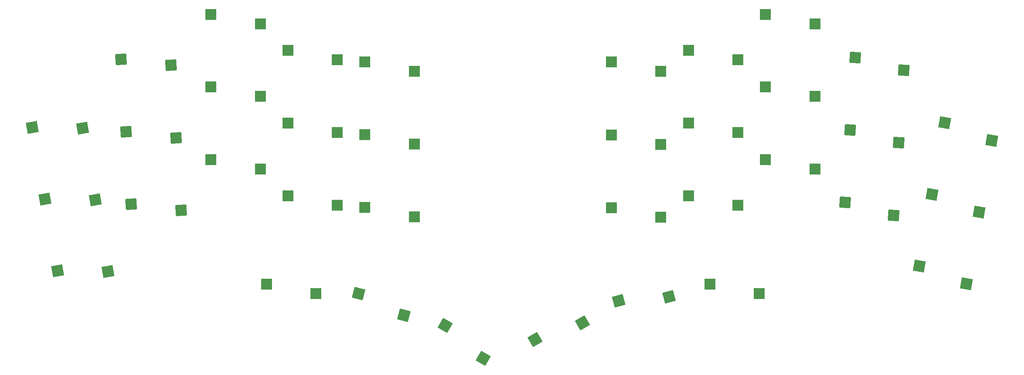
<source format=gbp>
G04 #@! TF.GenerationSoftware,KiCad,Pcbnew,9.0.3*
G04 #@! TF.CreationDate,2025-07-20T15:55:04+08:00*
G04 #@! TF.ProjectId,totem_0_3,746f7465-6d5f-4305-9f33-2e6b69636164,0.3*
G04 #@! TF.SameCoordinates,Original*
G04 #@! TF.FileFunction,Paste,Bot*
G04 #@! TF.FilePolarity,Positive*
%FSLAX46Y46*%
G04 Gerber Fmt 4.6, Leading zero omitted, Abs format (unit mm)*
G04 Created by KiCad (PCBNEW 9.0.3) date 2025-07-20 15:55:04*
%MOMM*%
%LPD*%
G01*
G04 APERTURE LIST*
G04 Aperture macros list*
%AMRotRect*
0 Rectangle, with rotation*
0 The origin of the aperture is its center*
0 $1 length*
0 $2 width*
0 $3 Rotation angle, in degrees counterclockwise*
0 Add horizontal line*
21,1,$1,$2,0,0,$3*%
G04 Aperture macros list end*
%ADD10RotRect,2.600000X2.600000X4.000000*%
%ADD11RotRect,2.600000X2.600000X15.000000*%
%ADD12RotRect,2.600000X2.600000X10.000000*%
%ADD13RotRect,2.600000X2.600000X345.000000*%
%ADD14R,2.600000X2.600000*%
%ADD15RotRect,2.600000X2.600000X350.000000*%
%ADD16RotRect,2.600000X2.600000X356.000000*%
%ADD17RotRect,2.600000X2.600000X330.000000*%
%ADD18RotRect,2.600000X2.600000X30.000000*%
G04 APERTURE END LIST*
D10*
X63220492Y-92657294D03*
X74895821Y-94046248D03*
X60848741Y-58739677D03*
X72524070Y-60128631D03*
D11*
X177174185Y-115189722D03*
X188900030Y-114325399D03*
D12*
X40092057Y-74706493D03*
X51848612Y-74867433D03*
D13*
X116404131Y-113494457D03*
X126991173Y-118608854D03*
D12*
X43044113Y-91448440D03*
X54800668Y-91609380D03*
D14*
X117854205Y-76374769D03*
X129404205Y-78574769D03*
D12*
X45996171Y-108190391D03*
X57752726Y-108351331D03*
D15*
X250408467Y-90327993D03*
X261400971Y-94500207D03*
D14*
X193478205Y-56654447D03*
X205028205Y-58854447D03*
D16*
X230064718Y-92207033D03*
X241433118Y-95207362D03*
D14*
X81854229Y-65218188D03*
X93404229Y-67418188D03*
X175478285Y-93460067D03*
X187028285Y-95660067D03*
X81854229Y-48217968D03*
X93404229Y-50417968D03*
D15*
X253360526Y-73586044D03*
X264353030Y-77758258D03*
D14*
X193478205Y-73654667D03*
X205028205Y-75854667D03*
X175478285Y-76459847D03*
X187028285Y-78659847D03*
D17*
X136616332Y-120973997D03*
X145518925Y-128654253D03*
D14*
X99854241Y-73654667D03*
X111404241Y-75854667D03*
X211478165Y-65218188D03*
X223028165Y-67418188D03*
X81854229Y-82218408D03*
X93404229Y-84418408D03*
X94828165Y-111364348D03*
X106378165Y-113564348D03*
X117854205Y-93374989D03*
X129404205Y-95574989D03*
X117854205Y-59374549D03*
X129404205Y-61574549D03*
D15*
X247456412Y-107069941D03*
X258448916Y-111242155D03*
D16*
X232436469Y-58289416D03*
X243804869Y-61289745D03*
D14*
X198503165Y-111364348D03*
X210053165Y-113564348D03*
X211478165Y-48217968D03*
X223028165Y-50417968D03*
X211478165Y-82218408D03*
X223028165Y-84418408D03*
X99854241Y-90654887D03*
X111404241Y-92854887D03*
D18*
X157615970Y-124248997D03*
X168718563Y-120379253D03*
D16*
X231250594Y-75248225D03*
X242618994Y-78248554D03*
D14*
X193478205Y-90654887D03*
X205028205Y-92854887D03*
D10*
X62034617Y-75698485D03*
X73709946Y-77087439D03*
D14*
X175478245Y-59374549D03*
X187028245Y-61574549D03*
X99854241Y-56654447D03*
X111404241Y-58854447D03*
M02*

</source>
